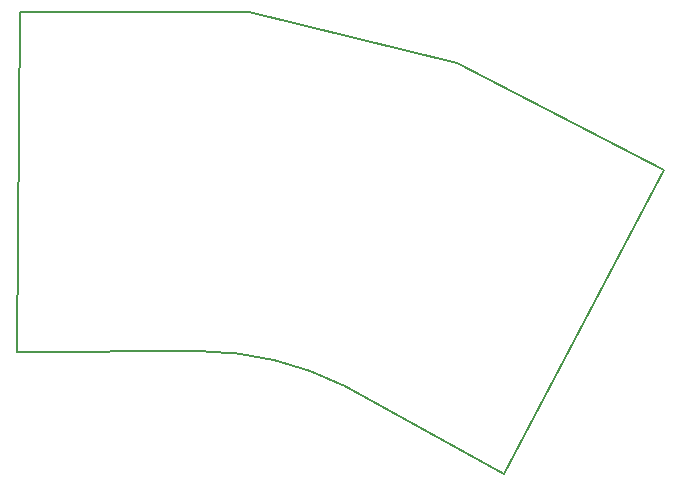
<source format=gbr>
%TF.GenerationSoftware,KiCad,Pcbnew,(6.0.4)*%
%TF.CreationDate,2024-05-03T16:02:45-07:00*%
%TF.ProjectId,thumb,7468756d-622e-46b6-9963-61645f706362,v1.0.0*%
%TF.SameCoordinates,Original*%
%TF.FileFunction,Profile,NP*%
%FSLAX46Y46*%
G04 Gerber Fmt 4.6, Leading zero omitted, Abs format (unit mm)*
G04 Created by KiCad (PCBNEW (6.0.4)) date 2024-05-03 16:02:45*
%MOMM*%
%LPD*%
G01*
G04 APERTURE LIST*
%TA.AperFunction,Profile*%
%ADD10C,0.150000*%
%TD*%
G04 APERTURE END LIST*
D10*
X104200000Y-72500000D02*
X117776234Y-79958927D01*
X113800000Y-45200000D02*
X96200000Y-40900000D01*
X76570950Y-69629451D02*
X92100000Y-69600000D01*
X131300000Y-54300000D02*
X113800000Y-45200000D01*
X96200000Y-40900000D02*
X76800000Y-40900000D01*
X76800000Y-40900000D02*
X76570950Y-69629451D01*
X117776234Y-79958927D02*
X131300000Y-54300000D01*
X104199995Y-72500009D02*
G75*
G03*
X92100000Y-69600000I-12241495J-24383391D01*
G01*
M02*

</source>
